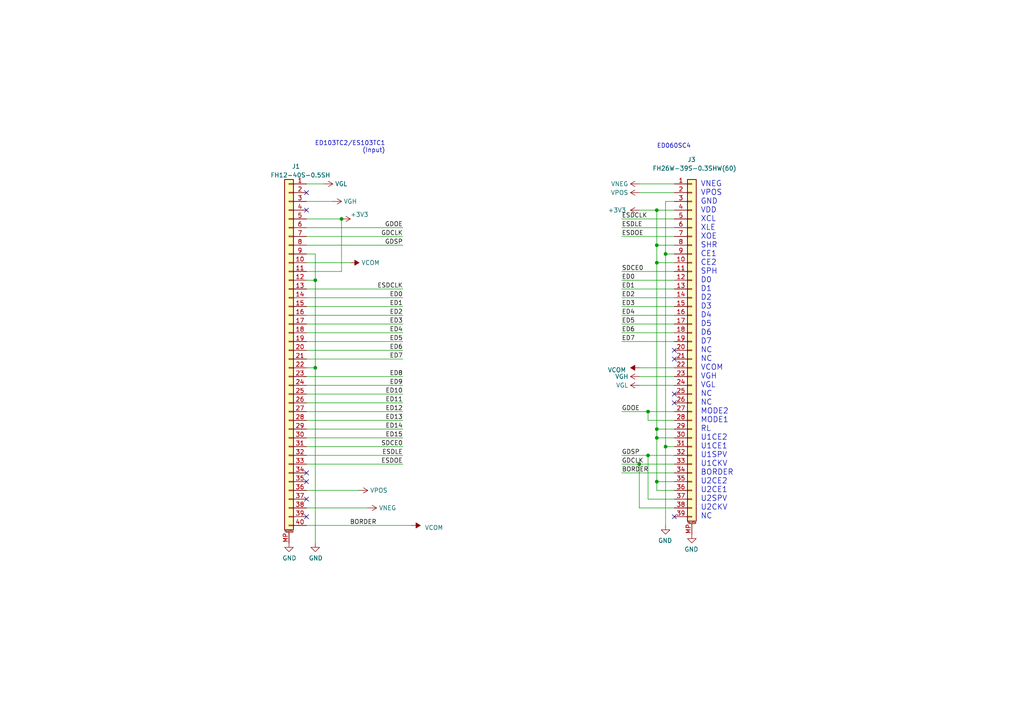
<source format=kicad_sch>
(kicad_sch (version 20231120) (generator "eeschema") (generator_version "8.0")
  (paper "A4")
  (lib_symbols
    (symbol "Connector_Generic_MountingPin:Conn_01x39_MountingPin" (pin_names (offset 1.016) hide)
      (property "Reference" "J" (at 0 50.8 0))
      (property "Value" "Conn_01x39_MountingPin" (at 1.27 -50.8 0))
      (symbol "Conn_01x39_MountingPin_1_1"
        (rectangle (start -1.27 -48.133) (end 0 -48.387) (stroke (width 0.1524)))
        (rectangle (start -1.27 -45.593) (end 0 -45.847) (stroke (width 0.1524)))
        (rectangle (start -1.27 -43.053) (end 0 -43.307) (stroke (width 0.1524)))
        (rectangle (start -1.27 -40.513) (end 0 -40.767) (stroke (width 0.1524)))
        (rectangle (start -1.27 -37.973) (end 0 -38.227) (stroke (width 0.1524)))
        (rectangle (start -1.27 -35.433) (end 0 -35.687) (stroke (width 0.1524)))
        (rectangle (start -1.27 -32.893) (end 0 -33.147) (stroke (width 0.1524)))
        (rectangle (start -1.27 -30.353) (end 0 -30.607) (stroke (width 0.1524)))
        (rectangle (start -1.27 -27.813) (end 0 -28.067) (stroke (width 0.1524)))
        (rectangle (start -1.27 -25.273) (end 0 -25.527) (stroke (width 0.1524)))
        (rectangle (start -1.27 -22.733) (end 0 -22.987) (stroke (width 0.1524)))
        (rectangle (start -1.27 -20.193) (end 0 -20.447) (stroke (width 0.1524)))
        (rectangle (start -1.27 -17.653) (end 0 -17.907) (stroke (width 0.1524)))
        (rectangle (start -1.27 -15.113) (end 0 -15.367) (stroke (width 0.1524)))
        (rectangle (start -1.27 -12.573) (end 0 -12.827) (stroke (width 0.1524)))
        (rectangle (start -1.27 -10.033) (end 0 -10.287) (stroke (width 0.1524)))
        (rectangle (start -1.27 -7.493) (end 0 -7.747) (stroke (width 0.1524)))
        (rectangle (start -1.27 -4.953) (end 0 -5.207) (stroke (width 0.1524)))
        (rectangle (start -1.27 -2.413) (end 0 -2.667) (stroke (width 0.1524)))
        (rectangle (start -1.27 0.127) (end 0 -0.127) (stroke (width 0.1524)))
        (rectangle (start -1.27 2.667) (end 0 2.413) (stroke (width 0.1524)))
        (rectangle (start -1.27 5.207) (end 0 4.953) (stroke (width 0.1524)))
        (rectangle (start -1.27 7.747) (end 0 7.493) (stroke (width 0.1524)))
        (rectangle (start -1.27 10.287) (end 0 10.033) (stroke (width 0.1524)))
        (rectangle (start -1.27 12.827) (end 0 12.573) (stroke (width 0.1524)))
        (rectangle (start -1.27 15.367) (end 0 15.113) (stroke (width 0.1524)))
        (rectangle (start -1.27 17.907) (end 0 17.653) (stroke (width 0.1524)))
        (rectangle (start -1.27 20.447) (end 0 20.193) (stroke (width 0.1524)))
        (rectangle (start -1.27 22.987) (end 0 22.733) (stroke (width 0.1524)))
        (rectangle (start -1.27 25.527) (end 0 25.273) (stroke (width 0.1524)))
        (rectangle (start -1.27 28.067) (end 0 27.813) (stroke (width 0.1524)))
        (rectangle (start -1.27 30.607) (end 0 30.353) (stroke (width 0.1524)))
        (rectangle (start -1.27 33.147) (end 0 32.893) (stroke (width 0.1524)))
        (rectangle (start -1.27 35.687) (end 0 35.433) (stroke (width 0.1524)))
        (rectangle (start -1.27 38.227) (end 0 37.973) (stroke (width 0.1524)))
        (rectangle (start -1.27 40.767) (end 0 40.513) (stroke (width 0.1524)))
        (rectangle (start -1.27 43.307) (end 0 43.053) (stroke (width 0.1524)))
        (rectangle (start -1.27 45.847) (end 0 45.593) (stroke (width 0.1524)))
        (rectangle (start -1.27 48.387) (end 0 48.133) (stroke (width 0.1524)))
        (rectangle (start -1.27 49.53) (end 1.27 -49.53) (stroke (width 0.254)) (fill (type background)))
        (polyline (pts (xy -1.016 -50.292) (xy 1.016 -50.292)) (stroke (width 0.1524)))
        (text "Mounting" (at 0 -49.911 0) (effects (font (size 0.381 0.381))))
        (pin passive line (at -5.08 48.26 0) (length 3.81) (name "Pin_1") (number "1"))
        (pin passive line (at -5.08 25.4 0) (length 3.81) (name "Pin_10") (number "10"))
        (pin passive line (at -5.08 22.86 0) (length 3.81) (name "Pin_11") (number "11"))
        (pin passive line (at -5.08 20.32 0) (length 3.81) (name "Pin_12") (number "12"))
        (pin passive line (at -5.08 17.78 0) (length 3.81) (name "Pin_13") (number "13"))
        (pin passive line (at -5.08 15.24 0) (length 3.81) (name "Pin_14") (number "14"))
        (pin passive line (at -5.08 12.7 0) (length 3.81) (name "Pin_15") (number "15"))
        (pin passive line (at -5.08 10.16 0) (length 3.81) (name "Pin_16") (number "16"))
        (pin passive line (at -5.08 7.62 0) (length 3.81) (name "Pin_17") (number "17"))
        (pin passive line (at -5.08 5.08 0) (length 3.81) (name "Pin_18") (number "18"))
        (pin passive line (at -5.08 2.54 0) (length 3.81) (name "Pin_19") (number "19"))
        (pin passive line (at -5.08 45.72 0) (length 3.81) (name "Pin_2") (number "2"))
        (pin passive line (at -5.08 0 0) (length 3.81) (name "Pin_20") (number "20"))
        (pin passive line (at -5.08 -2.54 0) (length 3.81) (name "Pin_21") (number "21"))
        (pin passive line (at -5.08 -5.08 0) (length 3.81) (name "Pin_22") (number "22"))
        (pin passive line (at -5.08 -7.62 0) (length 3.81) (name "Pin_23") (number "23"))
        (pin passive line (at -5.08 -10.16 0) (length 3.81) (name "Pin_24") (number "24"))
        (pin passive line (at -5.08 -12.7 0) (length 3.81) (name "Pin_25") (number "25"))
        (pin passive line (at -5.08 -15.24 0) (length 3.81) (name "Pin_26") (number "26"))
        (pin passive line (at -5.08 -17.78 0) (length 3.81) (name "Pin_27") (number "27"))
        (pin passive line (at -5.08 -20.32 0) (length 3.81) (name "Pin_28") (number "28"))
        (pin passive line (at -5.08 -22.86 0) (length 3.81) (name "Pin_29") (number "29"))
        (pin passive line (at -5.08 43.18 0) (length 3.81) (name "Pin_3") (number "3"))
        (pin passive line (at -5.08 -25.4 0) (length 3.81) (name "Pin_30") (number "30"))
        (pin passive line (at -5.08 -27.94 0) (length 3.81) (name "Pin_31") (number "31"))
        (pin passive line (at -5.08 -30.48 0) (length 3.81) (name "Pin_32") (number "32"))
        (pin passive line (at -5.08 -33.02 0) (length 3.81) (name "Pin_33") (number "33"))
        (pin passive line (at -5.08 -35.56 0) (length 3.81) (name "Pin_34") (number "34"))
        (pin passive line (at -5.08 -38.1 0) (length 3.81) (name "Pin_35") (number "35"))
        (pin passive line (at -5.08 -40.64 0) (length 3.81) (name "Pin_36") (number "36"))
        (pin passive line (at -5.08 -43.18 0) (length 3.81) (name "Pin_37") (number "37"))
        (pin passive line (at -5.08 -45.72 0) (length 3.81) (name "Pin_38") (number "38"))
        (pin passive line (at -5.08 -48.26 0) (length 3.81) (name "Pin_39") (number "39"))
        (pin passive line (at -5.08 40.64 0) (length 3.81) (name "Pin_4") (number "4"))
        (pin passive line (at -5.08 38.1 0) (length 3.81) (name "Pin_5") (number "5"))
        (pin passive line (at -5.08 35.56 0) (length 3.81) (name "Pin_6") (number "6"))
        (pin passive line (at -5.08 33.02 0) (length 3.81) (name "Pin_7") (number "7"))
        (pin passive line (at -5.08 30.48 0) (length 3.81) (name "Pin_8") (number "8"))
        (pin passive line (at -5.08 27.94 0) (length 3.81) (name "Pin_9") (number "9"))
        (pin passive line (at 0 -53.34 90) (length 3.048) (name "MountPin") (number "MP"))
      )
    )
    (symbol "Connector_Generic_MountingPin:Conn_01x40_MountingPin" (pin_names (offset 1.016) hide)
      (property "Reference" "J" (at 0 50.8 0))
      (property "Value" "Conn_01x40_MountingPin" (at 1.27 -53.34 0))
      (symbol "Conn_01x40_MountingPin_1_1"
        (rectangle (start -1.27 -50.673) (end 0 -50.927) (stroke (width 0.1524)))
        (rectangle (start -1.27 -48.133) (end 0 -48.387) (stroke (width 0.1524)))
        (rectangle (start -1.27 -45.593) (end 0 -45.847) (stroke (width 0.1524)))
        (rectangle (start -1.27 -43.053) (end 0 -43.307) (stroke (width 0.1524)))
        (rectangle (start -1.27 -40.513) (end 0 -40.767) (stroke (width 0.1524)))
        (rectangle (start -1.27 -37.973) (end 0 -38.227) (stroke (width 0.1524)))
        (rectangle (start -1.27 -35.433) (end 0 -35.687) (stroke (width 0.1524)))
        (rectangle (start -1.27 -32.893) (end 0 -33.147) (stroke (width 0.1524)))
        (rectangle (start -1.27 -30.353) (end 0 -30.607) (stroke (width 0.1524)))
        (rectangle (start -1.27 -27.813) (end 0 -28.067) (stroke (width 0.1524)))
        (rectangle (start -1.27 -25.273) (end 0 -25.527) (stroke (width 0.1524)))
        (rectangle (start -1.27 -22.733) (end 0 -22.987) (stroke (width 0.1524)))
        (rectangle (start -1.27 -20.193) (end 0 -20.447) (stroke (width 0.1524)))
        (rectangle (start -1.27 -17.653) (end 0 -17.907) (stroke (width 0.1524)))
        (rectangle (start -1.27 -15.113) (end 0 -15.367) (stroke (width 0.1524)))
        (rectangle (start -1.27 -12.573) (end 0 -12.827) (stroke (width 0.1524)))
        (rectangle (start -1.27 -10.033) (end 0 -10.287) (stroke (width 0.1524)))
        (rectangle (start -1.27 -7.493) (end 0 -7.747) (stroke (width 0.1524)))
        (rectangle (start -1.27 -4.953) (end 0 -5.207) (stroke (width 0.1524)))
        (rectangle (start -1.27 -2.413) (end 0 -2.667) (stroke (width 0.1524)))
        (rectangle (start -1.27 0.127) (end 0 -0.127) (stroke (width 0.1524)))
        (rectangle (start -1.27 2.667) (end 0 2.413) (stroke (width 0.1524)))
        (rectangle (start -1.27 5.207) (end 0 4.953) (stroke (width 0.1524)))
        (rectangle (start -1.27 7.747) (end 0 7.493) (stroke (width 0.1524)))
        (rectangle (start -1.27 10.287) (end 0 10.033) (stroke (width 0.1524)))
        (rectangle (start -1.27 12.827) (end 0 12.573) (stroke (width 0.1524)))
        (rectangle (start -1.27 15.367) (end 0 15.113) (stroke (width 0.1524)))
        (rectangle (start -1.27 17.907) (end 0 17.653) (stroke (width 0.1524)))
        (rectangle (start -1.27 20.447) (end 0 20.193) (stroke (width 0.1524)))
        (rectangle (start -1.27 22.987) (end 0 22.733) (stroke (width 0.1524)))
        (rectangle (start -1.27 25.527) (end 0 25.273) (stroke (width 0.1524)))
        (rectangle (start -1.27 28.067) (end 0 27.813) (stroke (width 0.1524)))
        (rectangle (start -1.27 30.607) (end 0 30.353) (stroke (width 0.1524)))
        (rectangle (start -1.27 33.147) (end 0 32.893) (stroke (width 0.1524)))
        (rectangle (start -1.27 35.687) (end 0 35.433) (stroke (width 0.1524)))
        (rectangle (start -1.27 38.227) (end 0 37.973) (stroke (width 0.1524)))
        (rectangle (start -1.27 40.767) (end 0 40.513) (stroke (width 0.1524)))
        (rectangle (start -1.27 43.307) (end 0 43.053) (stroke (width 0.1524)))
        (rectangle (start -1.27 45.847) (end 0 45.593) (stroke (width 0.1524)))
        (rectangle (start -1.27 48.387) (end 0 48.133) (stroke (width 0.1524)))
        (rectangle (start -1.27 49.53) (end 1.27 -52.07) (stroke (width 0.254)) (fill (type background)))
        (polyline (pts (xy -1.016 -52.832) (xy 1.016 -52.832)) (stroke (width 0.1524)))
        (text "Mounting" (at 0 -52.451 0) (effects (font (size 0.381 0.381))))
        (pin passive line (at -5.08 48.26 0) (length 3.81) (name "Pin_1") (number "1"))
        (pin passive line (at -5.08 25.4 0) (length 3.81) (name "Pin_10") (number "10"))
        (pin passive line (at -5.08 22.86 0) (length 3.81) (name "Pin_11") (number "11"))
        (pin passive line (at -5.08 20.32 0) (length 3.81) (name "Pin_12") (number "12"))
        (pin passive line (at -5.08 17.78 0) (length 3.81) (name "Pin_13") (number "13"))
        (pin passive line (at -5.08 15.24 0) (length 3.81) (name "Pin_14") (number "14"))
        (pin passive line (at -5.08 12.7 0) (length 3.81) (name "Pin_15") (number "15"))
        (pin passive line (at -5.08 10.16 0) (length 3.81) (name "Pin_16") (number "16"))
        (pin passive line (at -5.08 7.62 0) (length 3.81) (name "Pin_17") (number "17"))
        (pin passive line (at -5.08 5.08 0) (length 3.81) (name "Pin_18") (number "18"))
        (pin passive line (at -5.08 2.54 0) (length 3.81) (name "Pin_19") (number "19"))
        (pin passive line (at -5.08 45.72 0) (length 3.81) (name "Pin_2") (number "2"))
        (pin passive line (at -5.08 0 0) (length 3.81) (name "Pin_20") (number "20"))
        (pin passive line (at -5.08 -2.54 0) (length 3.81) (name "Pin_21") (number "21"))
        (pin passive line (at -5.08 -5.08 0) (length 3.81) (name "Pin_22") (number "22"))
        (pin passive line (at -5.08 -7.62 0) (length 3.81) (name "Pin_23") (number "23"))
        (pin passive line (at -5.08 -10.16 0) (length 3.81) (name "Pin_24") (number "24"))
        (pin passive line (at -5.08 -12.7 0) (length 3.81) (name "Pin_25") (number "25"))
        (pin passive line (at -5.08 -15.24 0) (length 3.81) (name "Pin_26") (number "26"))
        (pin passive line (at -5.08 -17.78 0) (length 3.81) (name "Pin_27") (number "27"))
        (pin passive line (at -5.08 -20.32 0) (length 3.81) (name "Pin_28") (number "28"))
        (pin passive line (at -5.08 -22.86 0) (length 3.81) (name "Pin_29") (number "29"))
        (pin passive line (at -5.08 43.18 0) (length 3.81) (name "Pin_3") (number "3"))
        (pin passive line (at -5.08 -25.4 0) (length 3.81) (name "Pin_30") (number "30"))
        (pin passive line (at -5.08 -27.94 0) (length 3.81) (name "Pin_31") (number "31"))
        (pin passive line (at -5.08 -30.48 0) (length 3.81) (name "Pin_32") (number "32"))
        (pin passive line (at -5.08 -33.02 0) (length 3.81) (name "Pin_33") (number "33"))
        (pin passive line (at -5.08 -35.56 0) (length 3.81) (name "Pin_34") (number "34"))
        (pin passive line (at -5.08 -38.1 0) (length 3.81) (name "Pin_35") (number "35"))
        (pin passive line (at -5.08 -40.64 0) (length 3.81) (name "Pin_36") (number "36"))
        (pin passive line (at -5.08 -43.18 0) (length 3.81) (name "Pin_37") (number "37"))
        (pin passive line (at -5.08 -45.72 0) (length 3.81) (name "Pin_38") (number "38"))
        (pin passive line (at -5.08 -48.26 0) (length 3.81) (name "Pin_39") (number "39"))
        (pin passive line (at -5.08 40.64 0) (length 3.81) (name "Pin_4") (number "4"))
        (pin passive line (at -5.08 -50.8 0) (length 3.81) (name "Pin_40") (number "40"))
        (pin passive line (at -5.08 38.1 0) (length 3.81) (name "Pin_5") (number "5"))
        (pin passive line (at -5.08 35.56 0) (length 3.81) (name "Pin_6") (number "6"))
        (pin passive line (at -5.08 33.02 0) (length 3.81) (name "Pin_7") (number "7"))
        (pin passive line (at -5.08 30.48 0) (length 3.81) (name "Pin_8") (number "8"))
        (pin passive line (at -5.08 27.94 0) (length 3.81) (name "Pin_9") (number "9"))
        (pin passive line (at 0 -55.88 90) (length 3.048) (name "MountPin") (number "MP"))
      )
    )
    (symbol "power:+3V3" (power) (pin_names (offset 0))
      (property "Value" "+3V3" (at 0 3.556 0))
      (symbol "+3V3_0_1"
        (polyline (pts (xy -0.762 1.27) (xy 0 2.54)))
        (polyline (pts (xy 0 0) (xy 0 2.54)))
        (polyline (pts (xy 0 2.54) (xy 0.762 1.27)))
      )
      (symbol "+3V3_1_1"
        (pin power_in line (at 0 0 90) (length 0) hide (name "+3V3") (number "1"))
      )
    )
    (symbol "power:GND" (power) (pin_names (offset 0))
      (property "Value" "GND" (at 0 -3.81 0))
      (symbol "GND_0_1"
        (polyline (pts (xy 0 0) (xy 0 -1.27) (xy 1.27 -1.27) (xy 0 -2.54) (xy -1.27 -1.27) (xy 0 -1.27)))
      )
      (symbol "GND_1_1"
        (pin power_in line (at 0 0 270) (length 0) hide (name "GND") (number "1"))
      )
    )
    (symbol "power:VCOM" (power) (pin_names (offset 0))
      (property "Value" "VCOM" (at 0 3.81 0))
      (symbol "VCOM_0_1"
        (polyline (pts (xy 0 0) (xy 0 2.54)))
        (polyline (pts (xy 0.762 1.27) (xy -0.762 1.27) (xy 0 2.54) (xy 0.762 1.27)) (fill (type outline)))
      )
      (symbol "VCOM_1_1"
        (pin power_in line (at 0 0 90) (length 0) hide (name "VCOM") (number "1"))
      )
    )
    (symbol "symbols:VGH" (power) (pin_names (offset 0))
      (property "Value" "VGH" (at 0 3.556 0))
      (symbol "VGH_0_1"
        (polyline (pts (xy -0.762 1.27) (xy 0 2.54)))
        (polyline (pts (xy 0 0) (xy 0 2.54)))
        (polyline (pts (xy 0 2.54) (xy 0.762 1.27)))
      )
      (symbol "VGH_1_1"
        (pin power_in line (at 0 0 90) (length 0) hide (name "VGH") (number "1"))
      )
    )
    (symbol "symbols:VGL" (power) (pin_names (offset 0))
      (property "Value" "VGL" (at 0 3.556 0))
      (symbol "VGL_0_1"
        (polyline (pts (xy -0.762 1.27) (xy 0 2.54)))
        (polyline (pts (xy 0 0) (xy 0 2.54)))
        (polyline (pts (xy 0 2.54) (xy 0.762 1.27)))
      )
      (symbol "VGL_1_1"
        (pin power_in line (at 0 0 90) (length 0) hide (name "VGL") (number "1"))
      )
    )
    (symbol "symbols:VNEG" (power) (pin_names (offset 0))
      (property "Value" "VNEG" (at 0 3.556 0))
      (symbol "VNEG_0_1"
        (polyline (pts (xy -0.762 1.27) (xy 0 2.54)))
        (polyline (pts (xy 0 0) (xy 0 2.54)))
        (polyline (pts (xy 0 2.54) (xy 0.762 1.27)))
      )
      (symbol "VNEG_1_1"
        (pin power_in line (at 0 0 90) (length 0) hide (name "VNEG") (number "1"))
      )
    )
    (symbol "symbols:VPOS" (power) (pin_names (offset 0))
      (property "Value" "VPOS" (at 0 3.556 0))
      (symbol "VPOS_0_1"
        (polyline (pts (xy -0.762 1.27) (xy 0 2.54)))
        (polyline (pts (xy 0 0) (xy 0 2.54)))
        (polyline (pts (xy 0 2.54) (xy 0.762 1.27)))
      )
      (symbol "VPOS_1_1"
        (pin power_in line (at 0 0 90) (length 0) hide (name "VPOS") (number "1"))
      )
    )
  )
  (junction (at 187.96 132.08))
  (junction (at 190.5 127))
  (junction (at 193.04 73.66))
  (junction (at 190.5 124.46))
  (junction (at 190.5 71.12))
  (junction (at 193.04 129.54))
  (junction (at 190.5 139.7))
  (junction (at 190.5 76.2))
  (junction (at 91.44 81.28) (diameter 0.9144))
  (junction (at 187.96 119.38))
  (junction (at 185.42 134.62))
  (junction (at 91.44 106.68) (diameter 0.9144))
  (junction (at 190.5 60.96))
  (junction (at 99.06 63.5))
  (no_connect (at 88.9 137.16))
  (no_connect (at 195.58 114.3))
  (no_connect (at 88.9 144.78))
  (no_connect (at 195.58 101.6))
  (no_connect (at 195.58 116.84))
  (no_connect (at 88.9 55.88))
  (no_connect (at 195.58 149.86))
  (no_connect (at 195.58 104.14))
  (no_connect (at 88.9 139.7))
  (no_connect (at 88.9 149.86))
  (no_connect (at 88.9 60.96))
  (wire (pts (xy 193.04 129.54) (xy 193.04 152.4)))
  (wire (pts (xy 185.42 106.68) (xy 195.58 106.68)))
  (wire (pts (xy 106.68 147.32) (xy 88.9 147.32)))
  (wire (pts (xy 88.9 121.92) (xy 116.84 121.92)))
  (wire (pts (xy 185.42 147.32) (xy 185.42 134.62)))
  (wire (pts (xy 195.58 142.24) (xy 190.5 142.24)))
  (wire (pts (xy 99.06 63.5) (xy 99.06 78.74)))
  (wire (pts (xy 190.5 139.7) (xy 190.5 127)))
  (wire (pts (xy 195.58 121.92) (xy 187.96 121.92)))
  (wire (pts (xy 190.5 139.7) (xy 195.58 139.7)))
  (wire (pts (xy 187.96 144.78) (xy 187.96 132.08)))
  (wire (pts (xy 88.9 119.38) (xy 116.84 119.38)))
  (wire (pts (xy 88.9 152.4) (xy 119.38 152.4)))
  (wire (pts (xy 88.9 124.46) (xy 116.84 124.46)))
  (wire (pts (xy 180.34 81.28) (xy 195.58 81.28)))
  (wire (pts (xy 190.5 142.24) (xy 190.5 139.7)))
  (wire (pts (xy 193.04 58.42) (xy 193.04 73.66)))
  (wire (pts (xy 195.58 76.2) (xy 190.5 76.2)))
  (wire (pts (xy 88.9 109.22) (xy 116.84 109.22)))
  (wire (pts (xy 193.04 73.66) (xy 195.58 73.66)))
  (wire (pts (xy 180.34 99.06) (xy 195.58 99.06)))
  (wire (pts (xy 180.34 63.5) (xy 195.58 63.5)))
  (wire (pts (xy 180.34 93.98) (xy 195.58 93.98)))
  (wire (pts (xy 187.96 119.38) (xy 195.58 119.38)))
  (wire (pts (xy 88.9 99.06) (xy 116.84 99.06)))
  (wire (pts (xy 180.34 66.04) (xy 195.58 66.04)))
  (wire (pts (xy 88.9 101.6) (xy 116.84 101.6)))
  (wire (pts (xy 190.5 124.46) (xy 195.58 124.46)))
  (wire (pts (xy 93.98 53.34) (xy 88.9 53.34)))
  (wire (pts (xy 190.5 76.2) (xy 190.5 71.12)))
  (wire (pts (xy 187.96 121.92) (xy 187.96 119.38)))
  (wire (pts (xy 88.9 114.3) (xy 116.84 114.3)))
  (wire (pts (xy 180.34 88.9) (xy 195.58 88.9)))
  (wire (pts (xy 180.34 96.52) (xy 195.58 96.52)))
  (wire (pts (xy 88.9 129.54) (xy 116.84 129.54)))
  (wire (pts (xy 187.96 132.08) (xy 195.58 132.08)))
  (wire (pts (xy 88.9 93.98) (xy 116.84 93.98)))
  (wire (pts (xy 91.44 81.28) (xy 88.9 81.28)))
  (wire (pts (xy 180.34 119.38) (xy 187.96 119.38)))
  (wire (pts (xy 88.9 68.58) (xy 116.84 68.58)))
  (wire (pts (xy 185.42 60.96) (xy 190.5 60.96)))
  (wire (pts (xy 104.14 142.24) (xy 88.9 142.24)))
  (wire (pts (xy 195.58 144.78) (xy 187.96 144.78)))
  (wire (pts (xy 195.58 127) (xy 190.5 127)))
  (wire (pts (xy 185.42 134.62) (xy 195.58 134.62)))
  (wire (pts (xy 91.44 73.66) (xy 91.44 81.28)))
  (wire (pts (xy 88.9 73.66) (xy 91.44 73.66)))
  (wire (pts (xy 88.9 86.36) (xy 116.84 86.36)))
  (wire (pts (xy 190.5 124.46) (xy 190.5 127)))
  (wire (pts (xy 88.9 127) (xy 116.84 127)))
  (wire (pts (xy 180.34 132.08) (xy 187.96 132.08)))
  (wire (pts (xy 195.58 58.42) (xy 193.04 58.42)))
  (wire (pts (xy 190.5 60.96) (xy 195.58 60.96)))
  (wire (pts (xy 88.9 83.82) (xy 116.84 83.82)))
  (wire (pts (xy 88.9 111.76) (xy 116.84 111.76)))
  (wire (pts (xy 185.42 111.76) (xy 195.58 111.76)))
  (wire (pts (xy 88.9 104.14) (xy 116.84 104.14)))
  (wire (pts (xy 101.6 76.2) (xy 88.9 76.2)))
  (wire (pts (xy 185.42 109.22) (xy 195.58 109.22)))
  (wire (pts (xy 193.04 129.54) (xy 195.58 129.54)))
  (wire (pts (xy 88.9 71.12) (xy 116.84 71.12)))
  (wire (pts (xy 88.9 88.9) (xy 116.84 88.9)))
  (wire (pts (xy 99.06 78.74) (xy 88.9 78.74)))
  (wire (pts (xy 190.5 76.2) (xy 190.5 124.46)))
  (wire (pts (xy 88.9 96.52) (xy 116.84 96.52)))
  (wire (pts (xy 96.52 58.42) (xy 88.9 58.42)))
  (wire (pts (xy 180.34 68.58) (xy 195.58 68.58)))
  (wire (pts (xy 180.34 83.82) (xy 195.58 83.82)))
  (wire (pts (xy 193.04 73.66) (xy 193.04 129.54)))
  (wire (pts (xy 180.34 86.36) (xy 195.58 86.36)))
  (wire (pts (xy 88.9 66.04) (xy 116.84 66.04)))
  (wire (pts (xy 88.9 91.44) (xy 116.84 91.44)))
  (wire (pts (xy 190.5 71.12) (xy 190.5 60.96)))
  (wire (pts (xy 99.06 63.5) (xy 88.9 63.5)))
  (wire (pts (xy 180.34 134.62) (xy 185.42 134.62)))
  (wire (pts (xy 91.44 81.28) (xy 91.44 106.68)))
  (wire (pts (xy 91.44 106.68) (xy 91.44 157.48)))
  (wire (pts (xy 185.42 55.88) (xy 195.58 55.88)))
  (wire (pts (xy 195.58 147.32) (xy 185.42 147.32)))
  (wire (pts (xy 180.34 78.74) (xy 195.58 78.74)))
  (wire (pts (xy 91.44 106.68) (xy 88.9 106.68)))
  (wire (pts (xy 180.34 91.44) (xy 195.58 91.44)))
  (wire (pts (xy 180.34 137.16) (xy 195.58 137.16)))
  (wire (pts (xy 88.9 132.08) (xy 116.84 132.08)))
  (wire (pts (xy 88.9 134.62) (xy 116.84 134.62)))
  (wire (pts (xy 195.58 71.12) (xy 190.5 71.12)))
  (wire (pts (xy 88.9 116.84) (xy 116.84 116.84)))
  (wire (pts (xy 185.42 53.34) (xy 195.58 53.34)))
  (text "ED103TC2/ES103TC1\n(Input)" (at 111.76 44.45 0) (effects (font (size 1.27 1.27)) (justify right bottom)))
  (text "VNEG\nVPOS\nGND\nVDD\nXCL\nXLE\nXOE\nSHR\nCE1\nCE2\nSPH\nD0\nD1\nD2\nD3\nD4\nD5\nD6\nD7\nNC\nNC\nVCOM\nVGH\nVGL\nNC\nNC\nMODE2\nMODE1\nRL\nU1CE2\nU1CE1\nU1SPV\nU1CKV\nBORDER\nU2CE2\nU2CE1\nU2SPV\nU2CKV\nNC" (at 203.2 101.6 0) (effects (font (size 1.5748 1.5748)) (justify left)))
  (text "ED060SC4" (at 190.5 43.18 0) (effects (font (size 1.27 1.27)) (justify left bottom)))
  (label "BORDER" (at 180.34 137.16 0))
  (label "ED10" (at 116.84 114.3 180))
  (label "ED3" (at 180.34 88.9 0))
  (label "ESDOE" (at 116.84 134.62 180))
  (label "GDSP" (at 180.34 132.08 0))
  (label "ED4" (at 180.34 91.44 0))
  (label "ED2" (at 180.34 86.36 0))
  (label "ED15" (at 116.84 127 180))
  (label "ED12" (at 116.84 119.38 180))
  (label "ESDOE" (at 180.34 68.58 0))
  (label "ESDCLK" (at 116.84 83.82 180))
  (label "ED2" (at 116.84 91.44 180))
  (label "GDOE" (at 116.84 66.04 180))
  (label "ED7" (at 180.34 99.06 0))
  (label "ED11" (at 116.84 116.84 180))
  (label "ED13" (at 116.84 121.92 180))
  (label "ED5" (at 180.34 93.98 0))
  (label "ED3" (at 116.84 93.98 180))
  (label "ESDLE" (at 180.34 66.04 0))
  (label "ESDCLK" (at 180.34 63.5 0))
  (label "ED4" (at 116.84 96.52 180))
  (label "GDSP" (at 116.84 71.12 180))
  (label "ED1" (at 180.34 83.82 0))
  (label "ED9" (at 116.84 111.76 180))
  (label "ESDLE" (at 116.84 132.08 180))
  (label "ED1" (at 116.84 88.9 180))
  (label "GDCLK" (at 180.34 134.62 0))
  (label "ED14" (at 116.84 124.46 180))
  (label "SDCE0" (at 116.84 129.54 180))
  (label "GDCLK" (at 116.84 68.58 180))
  (label "ED5" (at 116.84 99.06 180))
  (label "BORDER" (at 109.22 152.4 180))
  (label "SDCE0" (at 180.34 78.74 0))
  (label "ED6" (at 116.84 101.6 180))
  (label "ED0" (at 116.84 86.36 180))
  (label "GDOE" (at 180.34 119.38 0))
  (label "ED6" (at 180.34 96.52 0))
  (label "ED0" (at 180.34 81.28 0))
  (label "ED8" (at 116.84 109.22 180))
  (label "ED7" (at 116.84 104.14 180))
  (symbol (lib_id "power:+3V3") (at 185.42 60.96 90) (unit 1)
    (property "Reference" "#PWR023" (effects (hide yes)))
    (property "Value" "+3V3" (at 181.61 60.9599 90) (effects (justify left)))
  )
  (symbol (lib_id "power:+3V3") (at 99.06 63.5 270) (unit 1)
    (property "Reference" "#PWR?" (effects (hide yes)))
    (property "Value" "+3V3" (at 101.6 62.23 90) (effects (justify left)))
  )
  (symbol (lib_id "power:VCOM") (at 185.42 106.68 90) (unit 1)
    (property "Reference" "#PWR024" (effects (hide yes)))
    (property "Value" "VCOM" (at 181.61 107.3149 90) (effects (justify left)))
  )
  (symbol (lib_id "symbols:VGL") (at 185.42 111.76 90) (unit 1)
    (property "Reference" "#PWR026" (effects (hide yes)))
    (property "Value" "VGL" (at 182.245 111.7599 90) (effects (justify left)))
  )
  (symbol (lib_id "symbols:VGH") (at 185.42 109.22 90) (unit 1)
    (property "Reference" "#PWR025" (effects (hide yes)))
    (property "Value" "VGH" (at 180.34 109.22 90))
  )
  (symbol (lib_id "symbols:VGL") (at 93.98 53.34 270) (mirror x) (unit 1)
    (property "Reference" "#PWR03" (effects (hide yes)))
    (property "Value" "VGL" (at 97.155 53.3399 90) (effects (justify left)))
  )
  (symbol (lib_id "symbols:VGH") (at 96.52 58.42 270) (mirror x) (unit 1)
    (property "Reference" "#PWR05" (effects (hide yes)))
    (property "Value" "VGH" (at 101.6 58.42 90))
  )
  (symbol (lib_id "symbols:VNEG") (at 106.68 147.32 270) (mirror x) (unit 1)
    (property "Reference" "#PWR09" (effects (hide yes)))
    (property "Value" "VNEG" (at 112.395 147.32 90))
  )
  (symbol (lib_id "power:VCOM") (at 119.38 152.4 270) (mirror x) (unit 1)
    (property "Reference" "#PWR010" (effects (hide yes)))
    (property "Value" "VCOM" (at 123.19 153.0349 90) (effects (justify left)))
  )
  (symbol (lib_id "power:GND") (at 200.66 154.94 0) (mirror y) (unit 1)
    (property "Reference" "#PWR028" (effects (hide yes)))
    (property "Value" "GND" (at 200.533 159.3342 0))
  )
  (symbol (lib_id "power:GND") (at 193.04 152.4 0) (mirror y) (unit 1)
    (property "Reference" "#PWR027" (effects (hide yes)))
    (property "Value" "GND" (at 192.913 156.7942 0))
  )
  (symbol (lib_id "symbols:VPOS") (at 185.42 55.88 90) (unit 1)
    (property "Reference" "#PWR022" (effects (hide yes)))
    (property "Value" "VPOS" (at 182.245 55.8799 90) (effects (justify left)))
  )
  (symbol (lib_id "symbols:VNEG") (at 185.42 53.34 90) (unit 1)
    (property "Reference" "#PWR021" (effects (hide yes)))
    (property "Value" "VNEG" (at 179.705 53.34 90))
  )
  (symbol (lib_id "symbols:VPOS") (at 104.14 142.24 270) (mirror x) (unit 1)
    (property "Reference" "#PWR08" (effects (hide yes)))
    (property "Value" "VPOS" (at 107.315 142.2399 90) (effects (justify left)))
  )
  (symbol (lib_id "Connector_Generic_MountingPin:Conn_01x39_MountingPin") (at 200.66 101.6 0) (unit 1)
    (property "Reference" "J3" (at 199.39 46.2914 0) (effects (justify left)))
    (property "Value" "FH26W-39S-0.3SHW(60)" (at 189.23 48.8314 0) (effects (justify left)))
    (property "Footprint" "footprints:HRS_FH26W-39S-0.3SHW(60)" (effects (hide yes)))
    (property "LCSC" "609-10064555-392120HLFCT-ND" (effects (hide yes)))
    (property "Ref.Price" "0.95" (effects (hide yes)))
  )
  (symbol (lib_id "power:GND") (at 83.82 157.48 0) (unit 1)
    (property "Reference" "#PWR01" (effects (hide yes)))
    (property "Value" "GND" (at 83.947 161.8742 0))
  )
  (symbol (lib_id "power:GND") (at 91.44 157.48 0) (unit 1)
    (property "Reference" "#PWR02" (effects (hide yes)))
    (property "Value" "GND" (at 91.567 161.8742 0))
  )
  (symbol (lib_id "power:VCOM") (at 101.6 76.2 270) (mirror x) (unit 1)
    (property "Reference" "#PWR07" (effects (hide yes)))
    (property "Value" "VCOM" (at 104.775 76.1999 90) (effects (justify left)))
  )
  (symbol (lib_id "Connector_Generic_MountingPin:Conn_01x40_MountingPin") (at 83.82 101.6 0) (mirror y) (unit 1)
    (property "Reference" "J1" (at 85.852 48.26 0))
    (property "Value" "FH12-40S-0.5SH" (at 87.122 50.8 0))
    (property "Footprint" "footprints:Hirose_FH12-40S-0.5SH_1x40-1MP_P0.50mm_Horizontal_Reversed" (effects (hide yes)))
  )
)
</source>
